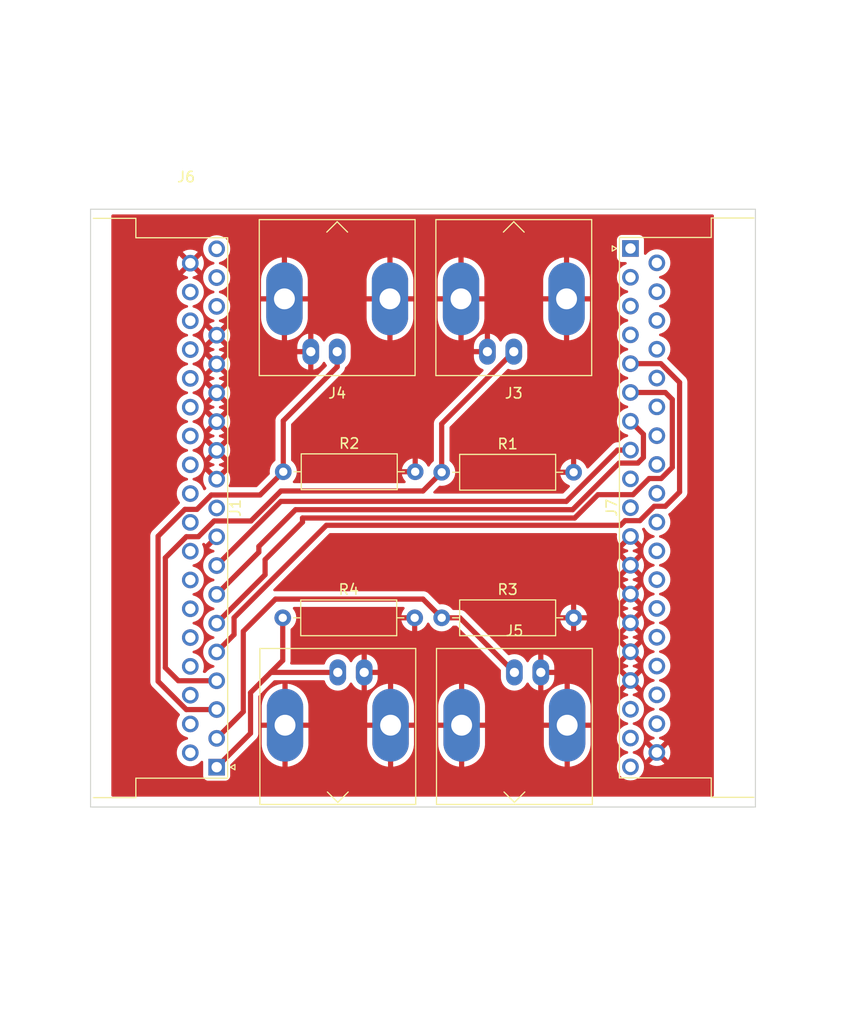
<source format=kicad_pcb>
(kicad_pcb (version 20221018) (generator pcbnew)
  (layers (0 "F.Cu" signal) (31 "B.Cu" signal) (34 "B.Paste" user) (35 "F.Paste" user) (36 "B.SilkS" user "B.Silkscreen") (37 "F.SilkS" user "F.Silkscreen") (38 "B.Mask" user) (39 "F.Mask" user) (44 "Edge.Cuts" user))
  (net 0 "")
  (net 1 "Net-(J6-In)")
  (net 2 "Net-(J5-In)")
  (net 3 "Net-(J4-In)")
  (net 4 "Net-(J3-In)")
  (net 5 "Net-(J1-Pad5)")
  (net 6 "Net-(J1-Pad6)")
  (net 7 "Net-(J1-Pad7)")
  (net 8 "Net-(J1-Pad8)")
  (net 9 "GND")
  (footprint "Resistor_THT:R_Axial_DIN0309_L9.0mm_D3.2mm_P12.70mm_Horizontal" (layer "F.Cu") (at 69.5 94.8)
    (fp_text reference "R4" (at 6.35 -2.72) (layer "F.SilkS"))
    (fp_text value "1k")
    (fp_line (start 1.04 0) (end 1.73 0) (stroke (width 0.12)) (layer "F.SilkS"))
    (fp_line (start 1.73 -1.72) (end 1.73 1.72) (stroke (width 0.12)) (layer "F.SilkS"))
    (fp_line (start 1.73 1.72) (end 10.97 1.72) (stroke (width 0.12)) (layer "F.SilkS"))
    (fp_line (start 10.97 -1.72) (end 1.73 -1.72) (stroke (width 0.12)) (layer "F.SilkS"))
    (fp_line (start 10.97 1.72) (end 10.97 -1.72) (stroke (width 0.12)) (layer "F.SilkS"))
    (fp_line (start 11.66 0) (end 10.97 0) (stroke (width 0.12)) (layer "F.SilkS"))
    (pad "1" thru_hole circle (at 0 0) (size 1.6 1.6) (drill 0.8) (layers "*.Cu" "*.Mask") (net 1 "Net-(J6-In)"))
    (pad "2" thru_hole oval (at 12.7 0) (size 1.6 1.6) (drill 0.8) (layers "*.Cu" "*.Mask") (net 9 "GND"))
  )
  (footprint "Resistor_THT:R_Axial_DIN0309_L9.0mm_D3.2mm_P12.70mm_Horizontal" (layer "F.Cu") (at 69.55 80.75)
    (fp_text reference "R2" (at 6.35 -2.72) (layer "F.SilkS"))
    (fp_text value "1k")
    (fp_line (start 1.04 0) (end 1.73 0) (stroke (width 0.12)) (layer "F.SilkS"))
    (fp_line (start 1.73 -1.72) (end 1.73 1.72) (stroke (width 0.12)) (layer "F.SilkS"))
    (fp_line (start 1.73 1.72) (end 10.97 1.72) (stroke (width 0.12)) (layer "F.SilkS"))
    (fp_line (start 10.97 -1.72) (end 1.73 -1.72) (stroke (width 0.12)) (layer "F.SilkS"))
    (fp_line (start 10.97 1.72) (end 10.97 -1.72) (stroke (width 0.12)) (layer "F.SilkS"))
    (fp_line (start 11.66 0) (end 10.97 0) (stroke (width 0.12)) (layer "F.SilkS"))
    (pad "1" thru_hole circle (at 0 0) (size 1.6 1.6) (drill 0.8) (layers "*.Cu" "*.Mask") (net 3 "Net-(J4-In)"))
    (pad "2" thru_hole oval (at 12.7 0) (size 1.6 1.6) (drill 0.8) (layers "*.Cu" "*.Mask") (net 9 "GND"))
  )
  (footprint "Connector_Dsub:DSUB-37_Female_Horizontal_P2.77x2.54mm_EdgePinOffset9.40mm" (layer "F.Cu") (at 102.969669 59.275 90)
    (fp_text reference "J7" (at -24.93 -1.8 90) (layer "F.SilkS"))
    (fp_text value "electrode_connector")
    (fp_line (start -52.79 7.78) (end -50.92 7.78) (stroke (width 0.12)) (layer "F.SilkS"))
    (fp_line (start -52.79 11.88) (end -52.79 7.78) (stroke (width 0.12)) (layer "F.SilkS"))
    (fp_line (start -50.92 -1.06) (end 1.06 -1.06) (stroke (width 0.12)) (layer "F.SilkS"))
    (fp_line (start -50.92 7.78) (end -50.92 -1.06) (stroke (width 0.12)) (layer "F.SilkS"))
    (fp_line (start -0.25 -1.754338) (end 0.25 -1.754338) (stroke (width 0.12)) (layer "F.SilkS"))
    (fp_line (start 0 -1.321325) (end -0.25 -1.754338) (stroke (width 0.12)) (layer "F.SilkS"))
    (fp_line (start 0.25 -1.754338) (end 0 -1.321325) (stroke (width 0.12)) (layer "F.SilkS"))
    (fp_line (start 1.06 -1.06) (end 1.06 7.78) (stroke (width 0.12)) (layer "F.SilkS"))
    (fp_line (start 1.06 7.78) (end 2.93 7.78) (stroke (width 0.12)) (layer "F.SilkS"))
    (fp_line (start 2.93 7.78) (end 2.93 11.88) (stroke (width 0.12)) (layer "F.SilkS"))
    (pad "1" thru_hole rect (at 0 0 90) (size 1.6 1.6) (drill 1) (layers "*.Cu" "*.Mask"))
    (pad "2" thru_hole circle (at -2.77 0 90) (size 1.6 1.6) (drill 1) (layers "*.Cu" "*.Mask"))
    (pad "3" thru_hole circle (at -5.54 0 90) (size 1.6 1.6) (drill 1) (layers "*.Cu" "*.Mask"))
    (pad "4" thru_hole circle (at -8.31 0 90) (size 1.6 1.6) (drill 1) (layers "*.Cu" "*.Mask"))
    (pad "5" thru_hole circle (at -11.08 0 90) (size 1.6 1.6) (drill 1) (layers "*.Cu" "*.Mask") (net 5 "Net-(J1-Pad5)"))
    (pad "6" thru_hole circle (at -13.85 0 90) (size 1.6 1.6) (drill 1) (layers "*.Cu" "*.Mask") (net 6 "Net-(J1-Pad6)"))
    (pad "7" thru_hole circle (at -16.62 0 90) (size 1.6 1.6) (drill 1) (layers "*.Cu" "*.Mask") (net 7 "Net-(J1-Pad7)"))
    (pad "8" thru_hole circle (at -19.39 0 90) (size 1.6 1.6) (drill 1) (layers "*.Cu" "*.Mask") (net 8 "Net-(J1-Pad8)"))
    (pad "9" thru_hole circle (at -22.16 0 90) (size 1.6 1.6) (drill 1) (layers "*.Cu" "*.Mask") (net 9 "GND"))
    (pad "10" thru_hole circle (at -24.93 0 90) (size 1.6 1.6) (drill 1) (layers "*.Cu" "*.Mask") (net 9 "GND"))
    (pad "11" thru_hole circle (at -27.7 0 90) (size 1.6 1.6) (drill 1) (layers "*.Cu" "*.Mask") (net 9 "GND"))
    (pad "12" thru_hole circle (at -30.47 0 90) (size 1.6 1.6) (drill 1) (layers "*.Cu" "*.Mask") (net 9 "GND"))
    (pad "13" thru_hole circle (at -33.24 0 90) (size 1.6 1.6) (drill 1) (layers "*.Cu" "*.Mask") (net 9 "GND"))
    (pad "14" thru_hole circle (at -36.01 0 90) (size 1.6 1.6) (drill 1) (layers "*.Cu" "*.Mask") (net 9 "GND"))
    (pad "15" thru_hole circle (at -38.78 0 90) (size 1.6 1.6) (drill 1) (layers "*.Cu" "*.Mask") (net 9 "GND"))
    (pad "16" thru_hole circle (at -41.55 0 90) (size 1.6 1.6) (drill 1) (layers "*.Cu" "*.Mask") (net 9 "GND"))
    (pad "17" thru_hole circle (at -44.32 0 90) (size 1.6 1.6) (drill 1) (layers "*.Cu" "*.Mask"))
    (pad "18" thru_hole circle (at -47.09 0 90) (size 1.6 1.6) (drill 1) (layers "*.Cu" "*.Mask"))
    (pad "19" thru_hole circle (at -49.86 0 90) (size 1.6 1.6) (drill 1) (layers "*.Cu" "*.Mask"))
    (pad "20" thru_hole circle (at -1.385 2.54 90) (size 1.6 1.6) (drill 1) (layers "*.Cu" "*.Mask"))
    (pad "21" thru_hole circle (at -4.155 2.54 90) (size 1.6 1.6) (drill 1) (layers "*.Cu" "*.Mask"))
    (pad "22" thru_hole circle (at -6.925 2.54 90) (size 1.6 1.6) (drill 1) (layers "*.Cu" "*.Mask"))
    (pad "23" thru_hole circle (at -9.695 2.54 90) (size 1.6 1.6) (drill 1) (layers "*.Cu" "*.Mask"))
    (pad "24" thru_hole circle (at -12.465 2.54 90) (size 1.6 1.6) (drill 1) (layers "*.Cu" "*.Mask"))
    (pad "25" thru_hole circle (at -15.235 2.54 90) (size 1.6 1.6) (drill 1) (layers "*.Cu" "*.Mask"))
    (pad "26" thru_hole circle (at -18.005 2.54 90) (size 1.6 1.6) (drill 1) (layers "*.Cu" "*.Mask"))
    (pad "27" thru_hole circle (at -20.775 2.54 90) (size 1.6 1.6) (drill 1) (layers "*.Cu" "*.Mask"))
    (pad "28" thru_hole circle (at -23.545 2.54 90) (size 1.6 1.6) (drill 1) (layers "*.Cu" "*.Mask"))
    (pad "29" thru_hole circle (at -26.315 2.54 90) (size 1.6 1.6) (drill 1) (layers "*.Cu" "*.Mask"))
    (pad "30" thru_hole circle (at -29.085 2.54 90) (size 1.6 1.6) (drill 1) (layers "*.Cu" "*.Mask"))
    (pad "31" thru_hole circle (at -31.855 2.54 90) (size 1.6 1.6) (drill 1) (layers "*.Cu" "*.Mask"))
    (pad "32" thru_hole circle (at -34.625 2.54 90) (size 1.6 1.6) (drill 1) (layers "*.Cu" "*.Mask"))
    (pad "33" thru_hole circle (at -37.395 2.54 90) (size 1.6 1.6) (drill 1) (layers "*.Cu" "*.Mask"))
    (pad "34" thru_hole circle (at -40.165 2.54 90) (size 1.6 1.6) (drill 1) (layers "*.Cu" "*.Mask"))
    (pad "35" thru_hole circle (at -42.935 2.54 90) (size 1.6 1.6) (drill 1) (layers "*.Cu" "*.Mask"))
    (pad "36" thru_hole circle (at -45.705 2.54 90) (size 1.6 1.6) (drill 1) (layers "*.Cu" "*.Mask"))
    (pad "37" thru_hole circle (at -48.475 2.54 90) (size 1.6 1.6) (drill 1) (layers "*.Cu" "*.Mask") (net 9 "GND"))
  )
  (footprint "Connector_Coaxial:BNC_Amphenol_B6252HB-NPP3G-50_Horizontal" (layer "F.Cu") (at 91.74 69.2)
    (fp_text reference "J3" (at 0 4) (layer "F.SilkS"))
    (fp_text value "chn4")
    (fp_line (start -7.5 -12.7) (end 7.5 -12.7) (stroke (width 0.12)) (layer "F.SilkS"))
    (fp_line (start -7.5 2.3) (end -7.5 -12.7) (stroke (width 0.12)) (layer "F.SilkS"))
    (fp_line (start 0 -12.5) (end -1 -11.5) (stroke (width 0.12)) (layer "F.SilkS"))
    (fp_line (start 0 -12.5) (end 1 -11.5) (stroke (width 0.12)) (layer "F.SilkS"))
    (fp_line (start 7.5 -12.7) (end 7.5 2.3) (stroke (width 0.12)) (layer "F.SilkS"))
    (fp_line (start 7.5 2.3) (end -7.5 2.3) (stroke (width 0.12)) (layer "F.SilkS"))
    (pad "1" thru_hole oval (at 0 0) (size 1.6 2.5) (drill 0.89) (layers "*.Cu" "*.Mask") (net 4 "Net-(J3-In)"))
    (pad "2" thru_hole oval (at -5.08 -5.08) (size 3.5 7) (drill 2.01) (layers "*.Cu" "*.Mask") (net 9 "GND"))
    (pad "2" thru_hole oval (at -2.54 0) (size 1.6 2.5) (drill 0.89) (layers "*.Cu" "*.Mask") (net 9 "GND"))
    (pad "2" thru_hole oval (at 5.08 -5.08) (size 3.5 7) (drill 2.01) (layers "*.Cu" "*.Mask") (net 9 "GND"))
  )
  (footprint "Connector_Dsub:DSUB-37_Female_Horizontal_P2.77x2.54mm_EdgePinOffset9.40mm" (layer "F.Cu") (at 63.14 109.165 -90)
    (fp_text reference "J1" (at -24.93 -1.8 90) (layer "F.SilkS"))
    (fp_text value "box_connector")
    (fp_line (start -52.79 7.78) (end -50.92 7.78) (stroke (width 0.12)) (layer "F.SilkS"))
    (fp_line (start -52.79 11.88) (end -52.79 7.78) (stroke (width 0.12)) (layer "F.SilkS"))
    (fp_line (start -50.92 -1.06) (end 1.06 -1.06) (stroke (width 0.12)) (layer "F.SilkS"))
    (fp_line (start -50.92 7.78) (end -50.92 -1.06) (stroke (width 0.12)) (layer "F.SilkS"))
    (fp_line (start -0.25 -1.754338) (end 0.25 -1.754338) (stroke (width 0.12)) (layer "F.SilkS"))
    (fp_line (start 0 -1.321325) (end -0.25 -1.754338) (stroke (width 0.12)) (layer "F.SilkS"))
    (fp_line (start 0.25 -1.754338) (end 0 -1.321325) (stroke (width 0.12)) (layer "F.SilkS"))
    (fp_line (start 1.06 -1.06) (end 1.06 7.78) (stroke (width 0.12)) (layer "F.SilkS"))
    (fp_line (start 1.06 7.78) (end 2.93 7.78) (stroke (width 0.12)) (layer "F.SilkS"))
    (fp_line (start 2.93 7.78) (end 2.93 11.88) (stroke (width 0.12)) (layer "F.SilkS"))
    (pad "1" thru_hole rect (at 0 0 270) (size 1.6 1.6) (drill 1) (layers "*.Cu" "*.Mask") (net 1 "Net-(J6-In)"))
    (pad "2" thru_hole circle (at -2.77 0 270) (size 1.6 1.6) (drill 1) (layers "*.Cu" "*.Mask") (net 2 "Net-(J5-In)"))
    (pad "3" thru_hole circle (at -5.54 0 270) (size 1.6 1.6) (drill 1) (layers "*.Cu" "*.Mask") (net 3 "Net-(J4-In)"))
    (pad "4" thru_hole circle (at -8.31 0 270) (size 1.6 1.6) (drill 1) (layers "*.Cu" "*.Mask") (net 4 "Net-(J3-In)"))
    (pad "5" thru_hole circle (at -11.08 0 270) (size 1.6 1.6) (drill 1) (layers "*.Cu" "*.Mask") (net 5 "Net-(J1-Pad5)"))
    (pad "6" thru_hole circle (at -13.85 0 270) (size 1.6 1.6) (drill 1) (layers "*.Cu" "*.Mask") (net 6 "Net-(J1-Pad6)"))
    (pad "7" thru_hole circle (at -16.62 0 270) (size 1.6 1.6) (drill 1) (layers "*.Cu" "*.Mask") (net 7 "Net-(J1-Pad7)"))
    (pad "8" thru_hole circle (at -19.39 0 270) (size 1.6 1.6) (drill 1) (layers "*.Cu" "*.Mask") (net 8 "Net-(J1-Pad8)"))
    (pad "9" thru_hole circle (at -22.16 0 270) (size 1.6 1.6) (drill 1) (layers "*.Cu" "*.Mask") (net 9 "GND"))
    (pad "10" thru_hole circle (at -24.93 0 270) (size 1.6 1.6) (drill 1) (layers "*.Cu" "*.Mask") (net 9 "GND"))
    (pad "11" thru_hole circle (at -27.7 0 270) (size 1.6 1.6) (drill 1) (layers "*.Cu" "*.Mask") (net 9 "GND"))
    (pad "12" thru_hole circle (at -30.47 0 270) (size 1.6 1.6) (drill 1) (layers "*.Cu" "*.Mask") (net 9 "GND"))
    (pad "13" thru_hole circle (at -33.24 0 270) (size 1.6 1.6) (drill 1) (layers "*.Cu" "*.Mask") (net 9 "GND"))
    (pad "14" thru_hole circle (at -36.01 0 270) (size 1.6 1.6) (drill 1) (layers "*.Cu" "*.Mask") (net 9 "GND"))
    (pad "15" thru_hole circle (at -38.78 0 270) (size 1.6 1.6) (drill 1) (layers "*.Cu" "*.Mask") (net 9 "GND"))
    (pad "16" thru_hole circle (at -41.55 0 270) (size 1.6 1.6) (drill 1) (layers "*.Cu" "*.Mask") (net 9 "GND"))
    (pad "17" thru_hole circle (at -44.32 0 270) (size 1.6 1.6) (drill 1) (layers "*.Cu" "*.Mask"))
    (pad "18" thru_hole circle (at -47.09 0 270) (size 1.6 1.6) (drill 1) (layers "*.Cu" "*.Mask"))
    (pad "19" thru_hole circle (at -49.86 0 270) (size 1.6 1.6) (drill 1) (layers "*.Cu" "*.Mask"))
    (pad "20" thru_hole circle (at -1.385 2.54 270) (size 1.6 1.6) (drill 1) (layers "*.Cu" "*.Mask"))
    (pad "21" thru_hole circle (at -4.155 2.54 270) (size 1.6 1.6) (drill 1) (layers "*.Cu" "*.Mask"))
    (pad "22" thru_hole circle (at -6.925 2.54 270) (size 1.6 1.6) (drill 1) (layers "*.Cu" "*.Mask"))
    (pad "23" thru_hole circle (at -9.695 2.54 270) (size 1.6 1.6) (drill 1) (layers "*.Cu" "*.Mask"))
    (pad "24" thru_hole circle (at -12.465 2.54 270) (size 1.6 1.6) (drill 1) (layers "*.Cu" "*.Mask"))
    (pad "25" thru_hole circle (at -15.235 2.54 270) (size 1.6 1.6) (drill 1) (layers "*.Cu" "*.Mask"))
    (pad "26" thru_hole circle (at -18.005 2.54 270) (size 1.6 1.6) (drill 1) (layers "*.Cu" "*.Mask"))
    (pad "27" thru_hole circle (at -20.775 2.54 270) (size 1.6 1.6) (drill 1) (layers "*.Cu" "*.Mask"))
    (pad "28" thru_hole circle (at -23.545 2.54 270) (size 1.6 1.6) (drill 1) (layers "*.Cu" "*.Mask"))
    (pad "29" thru_hole circle (at -26.315 2.54 270) (size 1.6 1.6) (drill 1) (layers "*.Cu" "*.Mask"))
    (pad "30" thru_hole circle (at -29.085 2.54 270) (size 1.6 1.6) (drill 1) (layers "*.Cu" "*.Mask"))
    (pad "31" thru_hole circle (at -31.855 2.54 270) (size 1.6 1.6) (drill 1) (layers "*.Cu" "*.Mask"))
    (pad "32" thru_hole circle (at -34.625 2.54 270) (size 1.6 1.6) (drill 1) (layers "*.Cu" "*.Mask"))
    (pad "33" thru_hole circle (at -37.395 2.54 270) (size 1.6 1.6) (drill 1) (layers "*.Cu" "*.Mask"))
    (pad "34" thru_hole circle (at -40.165 2.54 270) (size 1.6 1.6) (drill 1) (layers "*.Cu" "*.Mask"))
    (pad "35" thru_hole circle (at -42.935 2.54 270) (size 1.6 1.6) (drill 1) (layers "*.Cu" "*.Mask"))
    (pad "36" thru_hole circle (at -45.705 2.54 270) (size 1.6 1.6) (drill 1) (layers "*.Cu" "*.Mask"))
    (pad "37" thru_hole circle (at -48.475 2.54 270) (size 1.6 1.6) (drill 1) (layers "*.Cu" "*.Mask") (net 9 "GND"))
  )
  (footprint "Connector_Coaxial:BNC_Amphenol_B6252HB-NPP3G-50_Horizontal" (layer "F.Cu") (at 74.74 69.2)
    (fp_text reference "J4" (at 0 4) (layer "F.SilkS"))
    (fp_text value "chn3")
    (fp_line (start -7.5 -12.7) (end 7.5 -12.7) (stroke (width 0.12)) (layer "F.SilkS"))
    (fp_line (start -7.5 2.3) (end -7.5 -12.7) (stroke (width 0.12)) (layer "F.SilkS"))
    (fp_line (start 0 -12.5) (end -1 -11.5) (stroke (width 0.12)) (layer "F.SilkS"))
    (fp_line (start 0 -12.5) (end 1 -11.5) (stroke (width 0.12)) (layer "F.SilkS"))
    (fp_line (start 7.5 -12.7) (end 7.5 2.3) (stroke (width 0.12)) (layer "F.SilkS"))
    (fp_line (start 7.5 2.3) (end -7.5 2.3) (stroke (width 0.12)) (layer "F.SilkS"))
    (pad "1" thru_hole oval (at 0 0) (size 1.6 2.5) (drill 0.89) (layers "*.Cu" "*.Mask") (net 3 "Net-(J4-In)"))
    (pad "2" thru_hole oval (at -5.08 -5.08) (size 3.5 7) (drill 2.01) (layers "*.Cu" "*.Mask") (net 9 "GND"))
    (pad "2" thru_hole oval (at -2.54 0) (size 1.6 2.5) (drill 0.89) (layers "*.Cu" "*.Mask") (net 9 "GND"))
    (pad "2" thru_hole oval (at 5.08 -5.08) (size 3.5 7) (drill 2.01) (layers "*.Cu" "*.Mask") (net 9 "GND"))
  )
  (footprint "Connector_Coaxial:BNC_Amphenol_B6252HB-NPP3G-50_Horizontal" (layer "F.Cu") (at 91.8 100.05 180)
    (fp_text reference "J5" (at 0 4) (layer "F.SilkS"))
    (fp_text value "chn2")
    (fp_line (start -7.5 -12.7) (end 7.5 -12.7) (stroke (width 0.12)) (layer "F.SilkS"))
    (fp_line (start -7.5 2.3) (end -7.5 -12.7) (stroke (width 0.12)) (layer "F.SilkS"))
    (fp_line (start 0 -12.5) (end -1 -11.5) (stroke (width 0.12)) (layer "F.SilkS"))
    (fp_line (start 0 -12.5) (end 1 -11.5) (stroke (width 0.12)) (layer "F.SilkS"))
    (fp_line (start 7.5 -12.7) (end 7.5 2.3) (stroke (width 0.12)) (layer "F.SilkS"))
    (fp_line (start 7.5 2.3) (end -7.5 2.3) (stroke (width 0.12)) (layer "F.SilkS"))
    (pad "1" thru_hole oval (at 0 0 180) (size 1.6 2.5) (drill 0.89) (layers "*.Cu" "*.Mask") (net 2 "Net-(J5-In)"))
    (pad "2" thru_hole oval (at -5.08 -5.08 180) (size 3.5 7) (drill 2.01) (layers "*.Cu" "*.Mask") (net 9 "GND"))
    (pad "2" thru_hole oval (at -2.54 0 180) (size 1.6 2.5) (drill 0.89) (layers "*.Cu" "*.Mask") (net 9 "GND"))
    (pad "2" thru_hole oval (at 5.08 -5.08 180) (size 3.5 7) (drill 2.01) (layers "*.Cu" "*.Mask") (net 9 "GND"))
  )
  (footprint "Resistor_THT:R_Axial_DIN0309_L9.0mm_D3.2mm_P12.70mm_Horizontal" (layer "F.Cu") (at 84.8 80.8)
    (fp_text reference "R1" (at 6.35 -2.72) (layer "F.SilkS"))
    (fp_text value "1k")
    (fp_line (start 1.04 0) (end 1.73 0) (stroke (width 0.12)) (layer "F.SilkS"))
    (fp_line (start 1.73 -1.72) (end 1.73 1.72) (stroke (width 0.12)) (layer "F.SilkS"))
    (fp_line (start 1.73 1.72) (end 10.97 1.72) (stroke (width 0.12)) (layer "F.SilkS"))
    (fp_line (start 10.97 -1.72) (end 1.73 -1.72) (stroke (width 0.12)) (layer "F.SilkS"))
    (fp_line (start 10.97 1.72) (end 10.97 -1.72) (stroke (width 0.12)) (layer "F.SilkS"))
    (fp_line (start 11.66 0) (end 10.97 0) (stroke (width 0.12)) (layer "F.SilkS"))
    (pad "1" thru_hole circle (at 0 0) (size 1.6 1.6) (drill 0.8) (layers "*.Cu" "*.Mask") (net 4 "Net-(J3-In)"))
    (pad "2" thru_hole oval (at 12.7 0) (size 1.6 1.6) (drill 0.8) (layers "*.Cu" "*.Mask") (net 9 "GND"))
  )
  (footprint "Connector_Coaxial:BNC_Amphenol_B6252HB-NPP3G-50_Horizontal" (layer "F.Cu") (at 74.8 100.05 180)
    (fp_text reference "J6" (at 14.6 47.65 180) (layer "F.SilkS"))
    (fp_text value "chn1")
    (fp_line (start -7.5 -12.7) (end 7.5 -12.7) (stroke (width 0.12)) (layer "F.SilkS"))
    (fp_line (start -7.5 2.3) (end -7.5 -12.7) (stroke (width 0.12)) (layer "F.SilkS"))
    (fp_line (start 0 -12.5) (end -1 -11.5) (stroke (width 0.12)) (layer "F.SilkS"))
    (fp_line (start 0 -12.5) (end 1 -11.5) (stroke (width 0.12)) (layer "F.SilkS"))
    (fp_line (start 7.5 -12.7) (end 7.5 2.3) (stroke (width 0.12)) (layer "F.SilkS"))
    (fp_line (start 7.5 2.3) (end -7.5 2.3) (stroke (width 0.12)) (layer "F.SilkS"))
    (pad "1" thru_hole oval (at 0 0 180) (size 1.6 2.5) (drill 0.89) (layers "*.Cu" "*.Mask") (net 1 "Net-(J6-In)"))
    (pad "2" thru_hole oval (at -5.08 -5.08 180) (size 3.5 7) (drill 2.01) (layers "*.Cu" "*.Mask") (net 9 "GND"))
    (pad "2" thru_hole oval (at -2.54 0 180) (size 1.6 2.5) (drill 0.89) (layers "*.Cu" "*.Mask") (net 9 "GND"))
    (pad "2" thru_hole oval (at 5.08 -5.08 180) (size 3.5 7) (drill 2.01) (layers "*.Cu" "*.Mask") (net 9 "GND"))
  )
  (footprint "Resistor_THT:R_Axial_DIN0309_L9.0mm_D3.2mm_P12.70mm_Horizontal" (layer "F.Cu") (at 84.8 94.8)
    (fp_text reference "R3" (at 6.35 -2.72) (layer "F.SilkS"))
    (fp_text value "1k")
    (fp_line (start 1.04 0) (end 1.73 0) (stroke (width 0.12)) (layer "F.SilkS"))
    (fp_line (start 1.73 -1.72) (end 1.73 1.72) (stroke (width 0.12)) (layer "F.SilkS"))
    (fp_line (start 1.73 1.72) (end 10.97 1.72) (stroke (width 0.12)) (layer "F.SilkS"))
    (fp_line (start 10.97 -1.72) (end 1.73 -1.72) (stroke (width 0.12)) (layer "F.SilkS"))
    (fp_line (start 10.97 1.72) (end 10.97 -1.72) (stroke (width 0.12)) (layer "F.SilkS"))
    (fp_line (start 11.66 0) (end 10.97 0) (stroke (width 0.12)) (layer "F.SilkS"))
    (pad "1" thru_hole circle (at 0 0) (size 1.6 1.6) (drill 0.8) (layers "*.Cu" "*.Mask") (net 2 "Net-(J5-In)"))
    (pad "2" thru_hole oval (at 12.7 0) (size 1.6 1.6) (drill 0.8) (layers "*.Cu" "*.Mask") (net 9 "GND"))
  )
  (gr_line (start 115 113) (end 68 113) (stroke (width 0.1)) (layer "Edge.Cuts"))
  (gr_line (start 68 113) (end 51 113) (stroke (width 0.1)) (layer "Edge.Cuts"))
  (gr_line (start 51 55.5) (end 115 55.5) (stroke (width 0.1)) (layer "Edge.Cuts"))
  (gr_line (start 115 55.5) (end 115 113) (stroke (width 0.1)) (layer "Edge.Cuts"))
  (gr_line (start 51 113) (end 51 55.5) (stroke (width 0.1)) (layer "Edge.Cuts"))
  (segment (start 66.4 102) (end 68.35 100.05) (width 0.5) (layer "F.Cu") (net 1))
  (segment (start 63.14 109.165) (end 66.4 105.905) (width 0.5) (layer "F.Cu") (net 1))
  (segment (start 69.5 94.8) (end 69.5 98.9) (width 0.5) (layer "F.Cu") (net 1))
  (segment (start 66.4 105.905) (end 66.4 102) (width 0.5) (layer "F.Cu") (net 1))
  (segment (start 69.5 98.9) (end 68.35 100.05) (width 0.5) (layer "F.Cu") (net 1))
  (segment (start 68.35 100.05) (end 74.8 100.05) (width 0.5) (layer "F.Cu") (net 1))
  (segment (start 65.7 103.835) (end 65.7 96.1) (width 0.5) (layer "F.Cu") (net 2))
  (segment (start 83 93) (end 84.8 94.8) (width 0.5) (layer "F.Cu") (net 2))
  (segment (start 86.55 94.8) (end 91.8 100.05) (width 0.5) (layer "F.Cu") (net 2))
  (segment (start 84.8 94.8) (end 86.55 94.8) (width 0.5) (layer "F.Cu") (net 2))
  (segment (start 63.14 106.395) (end 65.7 103.835) (width 0.5) (layer "F.Cu") (net 2))
  (segment (start 68.8 93) (end 83 93) (width 0.5) (layer "F.Cu") (net 2))
  (segment (start 65.7 96.1) (end 68.8 93) (width 0.5) (layer "F.Cu") (net 2))
  (segment (start 57.5 100.907767) (end 57.5 86.952233) (width 0.5) (layer "F.Cu") (net 3))
  (segment (start 63.14 103.625) (end 60.217233 103.625) (width 0.5) (layer "F.Cu") (net 3))
  (segment (start 69.55 75.85) (end 69.55 80.75) (width 0.5) (layer "F.Cu") (net 3))
  (segment (start 60.217233 103.625) (end 57.5 100.907767) (width 0.5) (layer "F.Cu") (net 3))
  (segment (start 57.5 86.952233) (end 60.082233 84.37) (width 0.5) (layer "F.Cu") (net 3))
  (segment (start 60.082233 84.37) (end 61.237233 84.37) (width 0.5) (layer "F.Cu") (net 3))
  (segment (start 62.622233 82.985) (end 67.315 82.985) (width 0.5) (layer "F.Cu") (net 3))
  (segment (start 61.237233 84.37) (end 62.622233 82.985) (width 0.5) (layer "F.Cu") (net 3))
  (segment (start 74.74 69.2) (end 74.74 70.66) (width 0.5) (layer "F.Cu") (net 3))
  (segment (start 67.315 82.985) (end 69.55 80.75) (width 0.5) (layer "F.Cu") (net 3))
  (segment (start 74.74 70.66) (end 69.55 75.85) (width 0.5) (layer "F.Cu") (net 3))
  (segment (start 69.32505 82.6) (end 83 82.6) (width 0.5) (layer "F.Cu") (net 4))
  (segment (start 58.2 89.022233) (end 60.222233 87) (width 0.5) (layer "F.Cu") (net 4))
  (segment (start 66.44005 85.485) (end 69.32505 82.6) (width 0.5) (layer "F.Cu") (net 4))
  (segment (start 62.892233 85.485) (end 66.44005 85.485) (width 0.5) (layer "F.Cu") (net 4))
  (segment (start 58.2 99.6) (end 58.2 89.022233) (width 0.5) (layer "F.Cu") (net 4))
  (segment (start 84.8 76.14) (end 91.74 69.2) (width 0.5) (layer "F.Cu") (net 4))
  (segment (start 84.8 80.8) (end 84.8 76.14) (width 0.5) (layer "F.Cu") (net 4))
  (segment (start 63.14 100.855) (end 59.455 100.855) (width 0.5) (layer "F.Cu") (net 4))
  (segment (start 61.377233 87) (end 62.892233 85.485) (width 0.5) (layer "F.Cu") (net 4))
  (segment (start 59.455 100.855) (end 58.2 99.6) (width 0.5) (layer "F.Cu") (net 4))
  (segment (start 60.222233 87) (end 61.377233 87) (width 0.5) (layer "F.Cu") (net 4))
  (segment (start 83 82.6) (end 84.8 80.8) (width 0.5) (layer "F.Cu") (net 4))
  (segment (start 102.451902 85.455) (end 102.006902 85.9) (width 0.5) (layer "F.Cu") (net 5))
  (segment (start 64.8125 94.7875) (end 64.8125 96.4125) (width 0.5) (layer "F.Cu") (net 5))
  (segment (start 64.8125 96.4125) (end 63.14 98.085) (width 0.5) (layer "F.Cu") (net 5))
  (segment (start 106.33 84.07) (end 105.261902 84.07) (width 0.5) (layer "F.Cu") (net 5))
  (segment (start 105.892436 70.355) (end 107.7 72.162564) (width 0.5) (layer "F.Cu") (net 5))
  (segment (start 103.876902 85.455) (end 102.451902 85.455) (width 0.5) (layer "F.Cu") (net 5))
  (segment (start 73.7 85.9) (end 64.8125 94.7875) (width 0.5) (layer "F.Cu") (net 5))
  (segment (start 102.006902 85.9) (end 73.7 85.9) (width 0.5) (layer "F.Cu") (net 5))
  (segment (start 107.7 72.162564) (end 107.7 82.7) (width 0.5) (layer "F.Cu") (net 5))
  (segment (start 105.261902 84.07) (end 103.876902 85.455) (width 0.5) (layer "F.Cu") (net 5))
  (segment (start 107.7 82.7) (end 106.33 84.07) (width 0.5) (layer "F.Cu") (net 5))
  (segment (start 102.969669 70.355) (end 105.892436 70.355) (width 0.5) (layer "F.Cu") (net 5))
  (segment (start 103.217436 82.955) (end 99.845 82.955) (width 0.5) (layer "F.Cu") (net 6))
  (segment (start 67.8 90.655) (end 63.14 95.315) (width 0.5) (layer "F.Cu") (net 6))
  (segment (start 104.772436 81.4) (end 103.217436 82.955) (width 0.5) (layer "F.Cu") (net 6))
  (segment (start 106.325 73.125) (end 107 73.8) (width 0.5) (layer "F.Cu") (net 6))
  (segment (start 107 80.327436) (end 105.927436 81.4) (width 0.5) (layer "F.Cu") (net 6))
  (segment (start 99.845 82.955) (end 97.6 85.2) (width 0.5) (layer "F.Cu") (net 6))
  (segment (start 102.969669 73.125) (end 106.325 73.125) (width 0.5) (layer "F.Cu") (net 6))
  (segment (start 67.8 89.2) (end 67.8 90.655) (width 0.5) (layer "F.Cu") (net 6))
  (segment (start 71.4 85.2) (end 71.4 85.6) (width 0.5) (layer "F.Cu") (net 6))
  (segment (start 107 73.8) (end 107 80.327436) (width 0.5) (layer "F.Cu") (net 6))
  (segment (start 71.4 85.6) (end 67.8 89.2) (width 0.5) (layer "F.Cu") (net 6))
  (segment (start 105.927436 81.4) (end 104.772436 81.4) (width 0.5) (layer "F.Cu") (net 6))
  (segment (start 97.6 85.2) (end 71.4 85.2) (width 0.5) (layer "F.Cu") (net 6))
  (segment (start 67.2 88.485) (end 67.2 87.932233) (width 0.5) (layer "F.Cu") (net 7))
  (segment (start 101.885 79.915) (end 103.685 79.915) (width 0.5) (layer "F.Cu") (net 7))
  (segment (start 97.4 84.4) (end 101.885 79.915) (width 0.5) (layer "F.Cu") (net 7))
  (segment (start 104.219669 77.145) (end 102.969669 75.895) (width 0.5) (layer "F.Cu") (net 7))
  (segment (start 67.2 87.932233) (end 70.732233 84.4) (width 0.5) (layer "F.Cu") (net 7))
  (segment (start 104.219669 79.380331) (end 104.219669 77.145) (width 0.5) (layer "F.Cu") (net 7))
  (segment (start 70.732233 84.4) (end 97.4 84.4) (width 0.5) (layer "F.Cu") (net 7))
  (segment (start 63.14 92.545) (end 67.2 88.485) (width 0.5) (layer "F.Cu") (net 7))
  (segment (start 103.685 79.915) (end 104.219669 79.380331) (width 0.5) (layer "F.Cu") (net 7))
  (segment (start 101.735 78.665) (end 102.969669 78.665) (width 0.5) (layer "F.Cu") (net 8))
  (segment (start 96.8 83.6) (end 101.735 78.665) (width 0.5) (layer "F.Cu") (net 8))
  (segment (start 69.315 83.6) (end 96.8 83.6) (width 0.5) (layer "F.Cu") (net 8))
  (segment (start 63.14 89.775) (end 69.315 83.6) (width 0.5) (layer "F.Cu") (net 8))
  (zone (net 9) (net_name "GND") (layer "F.Cu") (connect_pads (clearance 0.5)) (min_thickness 0.25) (fill yes (thermal_gap 0.5) (thermal_bridge_width 0.5))
    (polygon (pts (xy 53 56) (xy 111 56) (xy 111 112) (xy 53 112)))
  )
)
</source>
